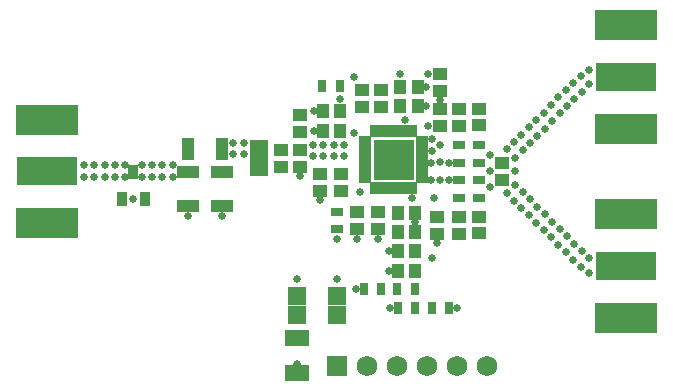
<source format=gts>
G04*
G04 #@! TF.GenerationSoftware,Altium Limited,Altium Designer,18.1.9 (240)*
G04*
G04 Layer_Color=8388736*
%FSLAX25Y25*%
%MOIN*%
G70*
G01*
G75*
%ADD33R,0.03359X0.04540*%
%ADD34R,0.20485X0.09816*%
%ADD35R,0.20800X0.10308*%
%ADD36R,0.07493X0.04343*%
%ADD37R,0.04343X0.07493*%
%ADD38R,0.04737X0.04147*%
%ADD39R,0.04737X0.04343*%
%ADD40R,0.04343X0.03162*%
%ADD41R,0.04000X0.02000*%
%ADD42R,0.02000X0.04000*%
%ADD43R,0.13600X0.13600*%
%ADD44R,0.06312X0.05918*%
%ADD45R,0.04147X0.04737*%
%ADD46R,0.03162X0.04343*%
%ADD47R,0.07965X0.05524*%
%ADD48C,0.06800*%
%ADD49R,0.06800X0.06800*%
%ADD50C,0.02572*%
D33*
X335827Y287205D02*
D03*
X339567Y278150D02*
D03*
X332087D02*
D03*
D34*
X307087Y287402D02*
D03*
X500000Y255906D02*
D03*
Y318898D02*
D03*
D35*
X307087Y270148D02*
D03*
Y304658D02*
D03*
X500000Y238650D02*
D03*
Y273160D02*
D03*
Y336152D02*
D03*
Y301642D02*
D03*
D36*
X354023Y287106D02*
D03*
Y275689D02*
D03*
X365441Y287106D02*
D03*
Y275689D02*
D03*
D37*
Y294980D02*
D03*
X354023D02*
D03*
D38*
X391240Y294390D02*
D03*
Y288681D02*
D03*
X444193Y266536D02*
D03*
Y272244D02*
D03*
Y308268D02*
D03*
Y302559D02*
D03*
X458662Y284547D02*
D03*
Y290256D02*
D03*
X405020Y286417D02*
D03*
Y280709D02*
D03*
X398130Y286417D02*
D03*
Y280709D02*
D03*
X384842Y294390D02*
D03*
Y288681D02*
D03*
X391240Y300394D02*
D03*
Y306102D02*
D03*
X412008Y314469D02*
D03*
Y308760D02*
D03*
X418488Y314469D02*
D03*
Y308760D02*
D03*
X437008Y272244D02*
D03*
Y266535D02*
D03*
X410433Y268110D02*
D03*
Y273819D02*
D03*
X417323Y268110D02*
D03*
Y273819D02*
D03*
X437894Y319882D02*
D03*
Y314173D02*
D03*
Y302559D02*
D03*
Y308268D02*
D03*
D39*
X451083Y302756D02*
D03*
Y308071D02*
D03*
Y272047D02*
D03*
Y266732D02*
D03*
D40*
X451083Y290256D02*
D03*
Y296161D02*
D03*
X444193Y278642D02*
D03*
Y284547D02*
D03*
Y296161D02*
D03*
Y290256D02*
D03*
X451083Y284547D02*
D03*
Y278642D02*
D03*
X403740Y268012D02*
D03*
Y273917D02*
D03*
D41*
X413139Y298239D02*
D03*
Y296239D02*
D03*
Y294339D02*
D03*
Y292339D02*
D03*
Y290339D02*
D03*
Y288339D02*
D03*
Y286439D02*
D03*
Y284439D02*
D03*
X431939D02*
D03*
Y286439D02*
D03*
Y288339D02*
D03*
Y290339D02*
D03*
Y292339D02*
D03*
Y294339D02*
D03*
Y296239D02*
D03*
Y298239D02*
D03*
D42*
X415639Y281939D02*
D03*
X417639D02*
D03*
X419539D02*
D03*
X421539D02*
D03*
X423539D02*
D03*
X425539D02*
D03*
X427439D02*
D03*
X429439D02*
D03*
Y300739D02*
D03*
X427439D02*
D03*
X425539D02*
D03*
X423539D02*
D03*
X421539D02*
D03*
X419539D02*
D03*
X417639D02*
D03*
X415639D02*
D03*
D43*
X422539Y291339D02*
D03*
D44*
X377658Y294980D02*
D03*
Y288681D02*
D03*
X390354Y239665D02*
D03*
Y245965D02*
D03*
X403563Y239665D02*
D03*
Y245965D02*
D03*
D45*
X404626Y300689D02*
D03*
X398917D02*
D03*
Y307579D02*
D03*
X404626D02*
D03*
X429626Y267224D02*
D03*
X423917D02*
D03*
Y273622D02*
D03*
X429626D02*
D03*
X424803Y309055D02*
D03*
X430512D02*
D03*
Y315453D02*
D03*
X424803D02*
D03*
X429626Y254331D02*
D03*
X423917D02*
D03*
X429626Y260728D02*
D03*
X423917D02*
D03*
D46*
X398819Y315748D02*
D03*
X404724D02*
D03*
X423819Y248130D02*
D03*
X429724D02*
D03*
X418504D02*
D03*
X412598D02*
D03*
X435236Y241831D02*
D03*
X441142D02*
D03*
X429823D02*
D03*
X423917D02*
D03*
D47*
X390354Y231890D02*
D03*
Y220039D02*
D03*
D48*
X453563Y222539D02*
D03*
X413563D02*
D03*
X423563D02*
D03*
X433563D02*
D03*
X443563D02*
D03*
D49*
X403563D02*
D03*
D50*
X307087Y308102D02*
D03*
X303642D02*
D03*
X300197D02*
D03*
X310531D02*
D03*
X313976D02*
D03*
X300197Y301213D02*
D03*
X303642D02*
D03*
X307087D02*
D03*
X310531D02*
D03*
X313976D02*
D03*
X307087Y273592D02*
D03*
X303642D02*
D03*
X300197D02*
D03*
X310531D02*
D03*
X313976D02*
D03*
X300197Y266703D02*
D03*
X303642D02*
D03*
X307087D02*
D03*
X310531D02*
D03*
X313976D02*
D03*
X500000Y242094D02*
D03*
X496555D02*
D03*
X493110D02*
D03*
X503445D02*
D03*
X506890D02*
D03*
X493110Y235205D02*
D03*
X496555D02*
D03*
X500000D02*
D03*
X503445D02*
D03*
X506890D02*
D03*
X500000Y276606D02*
D03*
X496555D02*
D03*
X493110D02*
D03*
X503445D02*
D03*
X506890D02*
D03*
X493110Y269717D02*
D03*
X496555D02*
D03*
X500000D02*
D03*
X503445D02*
D03*
X506890D02*
D03*
X500000Y305087D02*
D03*
X496555D02*
D03*
X493110D02*
D03*
X503445D02*
D03*
X506890D02*
D03*
X493110Y298197D02*
D03*
X496555D02*
D03*
X500000D02*
D03*
X503445D02*
D03*
X506890D02*
D03*
X500000Y339598D02*
D03*
X496555D02*
D03*
X493110D02*
D03*
X503445D02*
D03*
X506890D02*
D03*
X493110Y332709D02*
D03*
X496555D02*
D03*
X500000D02*
D03*
X503445D02*
D03*
X506890D02*
D03*
X484842Y319291D02*
D03*
X482382Y316831D02*
D03*
X479921Y314370D02*
D03*
X477461Y312008D02*
D03*
X475000Y309547D02*
D03*
X472539Y306988D02*
D03*
X470079Y304496D02*
D03*
X467618Y302067D02*
D03*
X465158Y299606D02*
D03*
X462697Y297244D02*
D03*
X460236Y294685D02*
D03*
X437992Y284439D02*
D03*
X435039Y290339D02*
D03*
X437992Y290354D02*
D03*
X440945Y290339D02*
D03*
X440945Y284449D02*
D03*
X454724Y292717D02*
D03*
Y282087D02*
D03*
X463091Y287402D02*
D03*
X454724D02*
D03*
X487697Y321260D02*
D03*
Y253543D02*
D03*
X484842Y255512D02*
D03*
X482382Y257972D02*
D03*
X479921Y260433D02*
D03*
X477461Y262894D02*
D03*
X475000Y265354D02*
D03*
X472539Y267815D02*
D03*
X470079Y270276D02*
D03*
X467618Y272736D02*
D03*
X465158Y275197D02*
D03*
X462697Y277658D02*
D03*
X460236Y280118D02*
D03*
X487697Y316437D02*
D03*
X485236Y313976D02*
D03*
X482776Y311516D02*
D03*
X480315Y309154D02*
D03*
X477854Y306693D02*
D03*
X475394Y304134D02*
D03*
X472933Y301642D02*
D03*
X470472Y299213D02*
D03*
X468012Y296752D02*
D03*
X465551Y294390D02*
D03*
X463091Y291831D02*
D03*
X487697Y258366D02*
D03*
X485236Y260827D02*
D03*
X482776Y263287D02*
D03*
X480315Y265748D02*
D03*
X477854Y268209D02*
D03*
X475394Y270669D02*
D03*
X472933Y273130D02*
D03*
X470472Y275590D02*
D03*
X468012Y278051D02*
D03*
X465551Y280512D02*
D03*
X463091Y282972D02*
D03*
X390354Y223228D02*
D03*
X410128Y248130D02*
D03*
X406004Y292520D02*
D03*
X402559D02*
D03*
X399114D02*
D03*
X406004Y296260D02*
D03*
X402559Y296239D02*
D03*
X399114Y296260D02*
D03*
X395669D02*
D03*
Y292520D02*
D03*
X319390Y285433D02*
D03*
X322736D02*
D03*
X326279D02*
D03*
X329724D02*
D03*
X333169D02*
D03*
X319390Y289370D02*
D03*
X322835D02*
D03*
X326279D02*
D03*
X329724D02*
D03*
X333169D02*
D03*
X372539Y293012D02*
D03*
X369094D02*
D03*
Y296949D02*
D03*
X372539D02*
D03*
X348917Y285433D02*
D03*
X345472D02*
D03*
X342028D02*
D03*
X338583D02*
D03*
X348917Y289370D02*
D03*
X345472D02*
D03*
X342028D02*
D03*
X338583D02*
D03*
X411417Y280512D02*
D03*
X433465Y315453D02*
D03*
Y309055D02*
D03*
X437894Y311221D02*
D03*
X429626Y270423D02*
D03*
X437008Y263583D02*
D03*
X421063Y254331D02*
D03*
Y260728D02*
D03*
X443602Y241831D02*
D03*
X421457D02*
D03*
X391240Y285728D02*
D03*
X395965Y307579D02*
D03*
X395965Y300689D02*
D03*
X398130Y277756D02*
D03*
X354023Y272638D02*
D03*
X365453D02*
D03*
X335827Y278150D02*
D03*
X403563Y251457D02*
D03*
X434055Y319882D02*
D03*
Y302559D02*
D03*
X390354Y251476D02*
D03*
X403740Y264764D02*
D03*
X404626Y311516D02*
D03*
X422539Y291339D02*
D03*
X417323Y264764D02*
D03*
X410433Y264764D02*
D03*
X424803Y319882D02*
D03*
X426476Y304429D02*
D03*
X435433Y294339D02*
D03*
X437992Y296239D02*
D03*
X435039Y284439D02*
D03*
X435433Y298239D02*
D03*
X409449Y318898D02*
D03*
X435925Y278346D02*
D03*
X428839D02*
D03*
X435236Y258366D02*
D03*
X409449Y300197D02*
D03*
M02*

</source>
